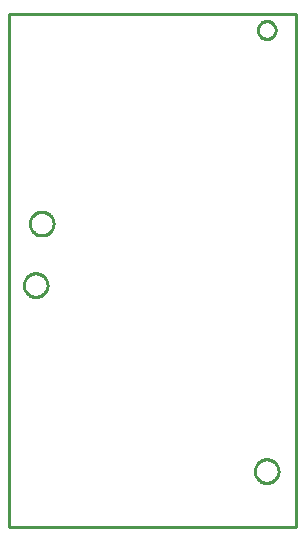
<source format=gbr>
G04 EAGLE Gerber RS-274X export*
G75*
%MOMM*%
%FSLAX34Y34*%
%LPD*%
%IN*%
%IPPOS*%
%AMOC8*
5,1,8,0,0,1.08239X$1,22.5*%
G01*
%ADD10C,0.254000*%


D10*
X0Y0D02*
X243080Y0D01*
X243080Y434240D01*
X0Y434240D01*
X0Y0D01*
X32860Y204033D02*
X32784Y203164D01*
X32632Y202304D01*
X32406Y201460D01*
X32108Y200640D01*
X31739Y199848D01*
X31302Y199092D01*
X30801Y198377D01*
X30240Y197708D01*
X29622Y197090D01*
X28953Y196529D01*
X28238Y196028D01*
X27482Y195591D01*
X26690Y195222D01*
X25870Y194924D01*
X25026Y194698D01*
X24167Y194546D01*
X23297Y194470D01*
X22423Y194470D01*
X21554Y194546D01*
X20694Y194698D01*
X19850Y194924D01*
X19030Y195222D01*
X18238Y195591D01*
X17482Y196028D01*
X16767Y196529D01*
X16098Y197090D01*
X15480Y197708D01*
X14919Y198377D01*
X14418Y199092D01*
X13981Y199848D01*
X13612Y200640D01*
X13314Y201460D01*
X13088Y202304D01*
X12936Y203164D01*
X12860Y204033D01*
X12860Y204907D01*
X12936Y205777D01*
X13088Y206636D01*
X13314Y207480D01*
X13612Y208300D01*
X13981Y209092D01*
X14418Y209848D01*
X14919Y210563D01*
X15480Y211232D01*
X16098Y211850D01*
X16767Y212411D01*
X17482Y212912D01*
X18238Y213349D01*
X19030Y213718D01*
X19850Y214016D01*
X20694Y214242D01*
X21554Y214394D01*
X22423Y214470D01*
X23297Y214470D01*
X24167Y214394D01*
X25026Y214242D01*
X25870Y214016D01*
X26690Y213718D01*
X27482Y213349D01*
X28238Y212912D01*
X28953Y212411D01*
X29622Y211850D01*
X30240Y211232D01*
X30801Y210563D01*
X31302Y209848D01*
X31739Y209092D01*
X32108Y208300D01*
X32406Y207480D01*
X32632Y206636D01*
X32784Y205777D01*
X32860Y204907D01*
X32860Y204033D01*
X228440Y46553D02*
X228364Y45684D01*
X228212Y44824D01*
X227986Y43980D01*
X227688Y43160D01*
X227319Y42368D01*
X226882Y41612D01*
X226381Y40897D01*
X225820Y40228D01*
X225202Y39610D01*
X224533Y39049D01*
X223818Y38548D01*
X223062Y38111D01*
X222270Y37742D01*
X221450Y37444D01*
X220606Y37218D01*
X219747Y37066D01*
X218877Y36990D01*
X218003Y36990D01*
X217134Y37066D01*
X216274Y37218D01*
X215430Y37444D01*
X214610Y37742D01*
X213818Y38111D01*
X213062Y38548D01*
X212347Y39049D01*
X211678Y39610D01*
X211060Y40228D01*
X210499Y40897D01*
X209998Y41612D01*
X209561Y42368D01*
X209192Y43160D01*
X208894Y43980D01*
X208668Y44824D01*
X208516Y45684D01*
X208440Y46553D01*
X208440Y47427D01*
X208516Y48297D01*
X208668Y49156D01*
X208894Y50000D01*
X209192Y50820D01*
X209561Y51612D01*
X209998Y52368D01*
X210499Y53083D01*
X211060Y53752D01*
X211678Y54370D01*
X212347Y54931D01*
X213062Y55432D01*
X213818Y55869D01*
X214610Y56238D01*
X215430Y56536D01*
X216274Y56762D01*
X217134Y56914D01*
X218003Y56990D01*
X218877Y56990D01*
X219747Y56914D01*
X220606Y56762D01*
X221450Y56536D01*
X222270Y56238D01*
X223062Y55869D01*
X223818Y55432D01*
X224533Y54931D01*
X225202Y54370D01*
X225820Y53752D01*
X226381Y53083D01*
X226882Y52368D01*
X227319Y51612D01*
X227688Y50820D01*
X227986Y50000D01*
X228212Y49156D01*
X228364Y48297D01*
X228440Y47427D01*
X228440Y46553D01*
X225940Y420002D02*
X225868Y419268D01*
X225724Y418545D01*
X225510Y417840D01*
X225228Y417159D01*
X224881Y416510D01*
X224471Y415897D01*
X224004Y415327D01*
X223483Y414806D01*
X222913Y414339D01*
X222300Y413929D01*
X221651Y413582D01*
X220970Y413300D01*
X220265Y413086D01*
X219542Y412942D01*
X218808Y412870D01*
X218072Y412870D01*
X217338Y412942D01*
X216615Y413086D01*
X215910Y413300D01*
X215229Y413582D01*
X214580Y413929D01*
X213967Y414339D01*
X213397Y414806D01*
X212876Y415327D01*
X212409Y415897D01*
X211999Y416510D01*
X211652Y417159D01*
X211370Y417840D01*
X211156Y418545D01*
X211012Y419268D01*
X210940Y420002D01*
X210940Y420738D01*
X211012Y421472D01*
X211156Y422195D01*
X211370Y422900D01*
X211652Y423581D01*
X211999Y424230D01*
X212409Y424843D01*
X212876Y425413D01*
X213397Y425934D01*
X213967Y426401D01*
X214580Y426811D01*
X215229Y427158D01*
X215910Y427440D01*
X216615Y427654D01*
X217338Y427798D01*
X218072Y427870D01*
X218808Y427870D01*
X219542Y427798D01*
X220265Y427654D01*
X220970Y427440D01*
X221651Y427158D01*
X222300Y426811D01*
X222913Y426401D01*
X223483Y425934D01*
X224004Y425413D01*
X224471Y424843D01*
X224881Y424230D01*
X225228Y423581D01*
X225510Y422900D01*
X225724Y422195D01*
X225868Y421472D01*
X225940Y420738D01*
X225940Y420002D01*
X37940Y256103D02*
X37864Y255234D01*
X37712Y254374D01*
X37486Y253530D01*
X37188Y252710D01*
X36819Y251918D01*
X36382Y251162D01*
X35881Y250447D01*
X35320Y249778D01*
X34702Y249160D01*
X34033Y248599D01*
X33318Y248098D01*
X32562Y247661D01*
X31770Y247292D01*
X30950Y246994D01*
X30106Y246768D01*
X29247Y246616D01*
X28377Y246540D01*
X27503Y246540D01*
X26634Y246616D01*
X25774Y246768D01*
X24930Y246994D01*
X24110Y247292D01*
X23318Y247661D01*
X22562Y248098D01*
X21847Y248599D01*
X21178Y249160D01*
X20560Y249778D01*
X19999Y250447D01*
X19498Y251162D01*
X19061Y251918D01*
X18692Y252710D01*
X18394Y253530D01*
X18168Y254374D01*
X18016Y255234D01*
X17940Y256103D01*
X17940Y256977D01*
X18016Y257847D01*
X18168Y258706D01*
X18394Y259550D01*
X18692Y260370D01*
X19061Y261162D01*
X19498Y261918D01*
X19999Y262633D01*
X20560Y263302D01*
X21178Y263920D01*
X21847Y264481D01*
X22562Y264982D01*
X23318Y265419D01*
X24110Y265788D01*
X24930Y266086D01*
X25774Y266312D01*
X26634Y266464D01*
X27503Y266540D01*
X28377Y266540D01*
X29247Y266464D01*
X30106Y266312D01*
X30950Y266086D01*
X31770Y265788D01*
X32562Y265419D01*
X33318Y264982D01*
X34033Y264481D01*
X34702Y263920D01*
X35320Y263302D01*
X35881Y262633D01*
X36382Y261918D01*
X36819Y261162D01*
X37188Y260370D01*
X37486Y259550D01*
X37712Y258706D01*
X37864Y257847D01*
X37940Y256977D01*
X37940Y256103D01*
M02*

</source>
